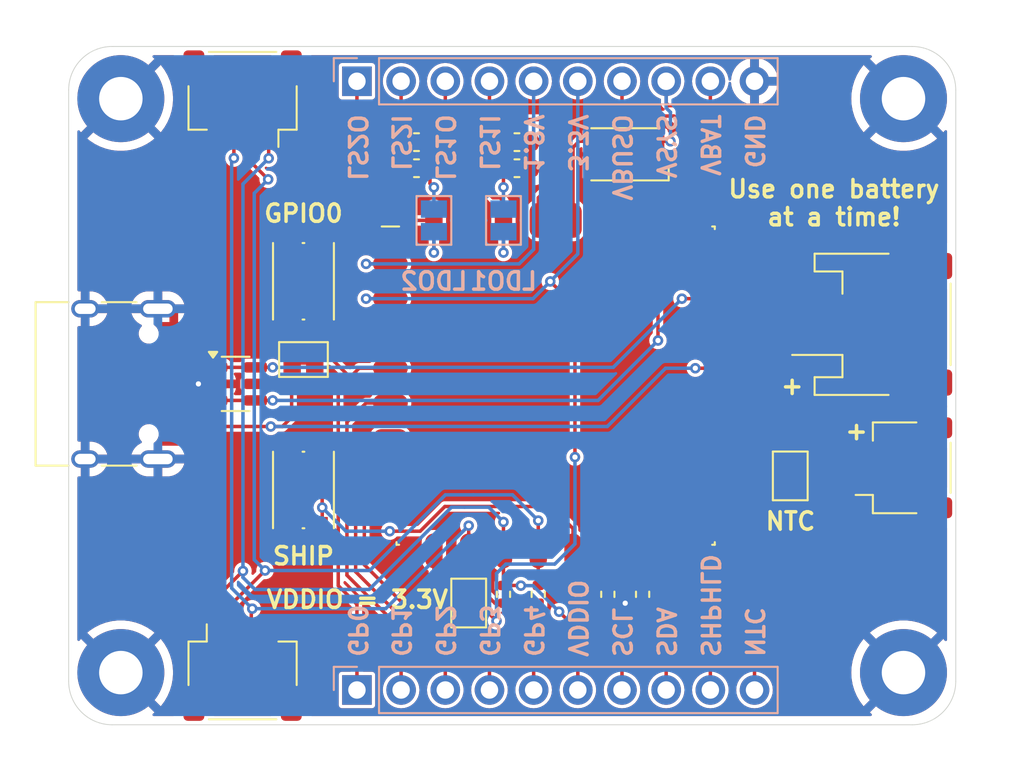
<source format=kicad_pcb>
(kicad_pcb (version 20240108) (generator "pcbnew") (generator_version "8.0")
  (layers (0 "F.Cu" signal) (31 "B.Cu" signal) (34 "B.Paste" user) (35 "F.Paste" user) (36 "B.SilkS" user "B.Silkscreen") (37 "F.SilkS" user "F.Silkscreen") (38 "B.Mask" user) (39 "F.Mask" user) (44 "Edge.Cuts" user))
  (net 0 "")
  (net 1 "/CC2")
  (net 2 "GND")
  (net 3 "Net-(U1-VBUS_IN)")
  (net 4 "/CC1")
  (net 5 "Net-(JP1-A)")
  (net 6 "Net-(JP2-A)")
  (net 7 "/SCL")
  (net 8 "/SDA")
  (net 9 "/LS1_OUT")
  (net 10 "/LS2_OUT")
  (net 11 "Net-(U1-VSET1)")
  (net 12 "Net-(U1-VSET2)")
  (net 13 "Net-(D1-BK)")
  (net 14 "Net-(D1-RK)")
  (net 15 "/LS2_IN")
  (net 16 "/LS1_IN")
  (net 17 "Net-(D1-GK)")
  (net 18 "/VBAT")
  (net 19 "/NTC")
  (net 20 "+3.3V")
  (net 21 "VDDIO")
  (net 22 "Net-(JP5-A)")
  (net 23 "/GPIO0")
  (net 24 "VSYS")
  (net 25 "+1.8V")
  (net 26 "/SHPHLD")
  (net 27 "/VBUS_OUT")
  (net 28 "/GPIO2")
  (net 29 "/GPIO1")
  (net 30 "/GPIO4")
  (net 31 "/GPIO3")
  (footprint "MountingHole:MountingHole_2.5mm_Pad_TopBottom" (layer "F.Cu") (at 179 119.5)
    (property "Reference" "H4" (hide yes))
    (property "Value" "MountingHole_Pad")
    (pad "1" thru_hole circle (at 0 0) (size 2.9 2.9) (drill 2.5) (layers "*.Cu" "*.Mask") (net 2 "GND"))
    (pad "1" connect circle (at 0 0) (size 5 5) (layers "F.Cu" "F.Mask") (net 2 "GND"))
    (pad "1" connect circle (at 0 0) (size 5 5) (layers "B.Cu" "B.Mask") (net 2 "GND"))
  )
  (footprint "Connector_JST:JST_SH_SM04B-SRSS-TB_1x04-1MP_P1.00mm_Horizontal" (layer "F.Cu") (at 141 86.5 180)
    (property "Reference" "J3" (hide yes))
    (property "Value" "Conn_01x04_MountingPin")
    (pad "1" smd roundrect (at -1.5 -2 180) (size 0.6 1.55) (layers "F.Cu" "F.Paste" "F.Mask") (net 7 "/SCL"))
    (pad "2" smd roundrect (at -0.5 -2 180) (size 0.6 1.55) (layers "F.Cu" "F.Paste" "F.Mask") (net 8 "/SDA"))
    (pad "3" smd roundrect (at 0.5 -2 180) (size 0.6 1.55) (layers "F.Cu" "F.Paste" "F.Mask") (net 21 "VDDIO"))
    (pad "4" smd roundrect (at 1.5 -2 180) (size 0.6 1.55) (layers "F.Cu" "F.Paste" "F.Mask") (net 2 "GND"))
    (pad "MP" smd roundrect (at -2.8 1.875 180) (size 1.2 1.8) (layers "F.Cu" "F.Paste" "F.Mask") (roundrect_rratio 0.208333) (net 2 "GND"))
    (pad "MP" smd roundrect (at 2.8 1.875 180) (size 1.2 1.8) (layers "F.Cu" "F.Paste" "F.Mask") (roundrect_rratio 0.208333) (net 2 "GND"))
  )
  (footprint "Jumper:SolderJumper-2_P1.3mm_Open_Pad1.0x1.5mm" (layer "F.Cu") (at 154 115.5 -90)
    (property "Reference" "JP4" (hide yes))
    (property "Value" "SolderJumper_2_Open")
    (pad "1" smd rect (at -0.65 0 270) (size 1 1.5) (layers "F.Cu" "F.Mask") (net 21 "VDDIO"))
    (pad "2" smd rect (at 0.65 0 270) (size 1 1.5) (layers "F.Cu" "F.Mask") (net 20 "+3.3V"))
  )
  (footprint "Resistor_SMD:R_0402_1005Metric" (layer "F.Cu") (at 164 115 -90)
    (property "Reference" "R1" (hide yes))
    (property "Value" "47kR")
    (pad "1" smd roundrect (at -0.51 0 270) (size 0.54 0.64) (layers "F.Cu" "F.Paste" "F.Mask") (net 11 "Net-(U1-VSET1)"))
    (pad "2" smd roundrect (at 0.51 0 270) (size 0.54 0.64) (layers "F.Cu" "F.Paste" "F.Mask") (net 2 "GND"))
  )
  (footprint "Capacitor_SMD:C_0603_1608Metric" (layer "F.Cu") (at 156.775 89)
    (property "Reference" "C2" (hide yes))
    (property "Value" "10uF")
    (pad "1" smd roundrect (at -0.775 0) (size 0.9 0.95) (layers "F.Cu" "F.Paste" "F.Mask") (net 5 "Net-(JP1-A)"))
    (pad "2" smd roundrect (at 0.775 0) (size 0.9 0.95) (layers "F.Cu" "F.Paste" "F.Mask") (net 2 "GND"))
  )
  (footprint "Connector_JST:JST_SH_SM03B-SRSS-TB_1x03-1MP_P1.00mm_Horizontal" (layer "F.Cu") (at 179.025 107.725 90)
    (property "Reference" "J5" (hide yes))
    (property "Value" "Conn_01x03_MountingPin")
    (pad "1" smd roundrect (at -1 -2 90) (size 0.6 1.55) (layers "F.Cu" "F.Paste" "F.Mask") (net 2 "GND"))
    (pad "2" smd roundrect (at 0 -2 90) (size 0.6 1.55) (layers "F.Cu" "F.Paste" "F.Mask") (net 19 "/NTC"))
    (pad "3" smd roundrect (at 1 -2 90) (size 0.6 1.55) (layers "F.Cu" "F.Paste" "F.Mask") (net 18 "/VBAT"))
    (pad "MP" smd roundrect (at -2.3 1.875 90) (size 1.2 1.8) (layers "F.Cu" "F.Paste" "F.Mask") (roundrect_rratio 0.208333) (net 2 "GND"))
    (pad "MP" smd roundrect (at 2.3 1.875 90) (size 1.2 1.8) (layers "F.Cu" "F.Paste" "F.Mask") (roundrect_rratio 0.208333) (net 2 "GND"))
  )
  (footprint "Jumper:SolderJumper-2_P1.3mm_Bridged_Pad1.0x1.5mm" (layer "F.Cu") (at 144.5 101.5)
    (property "Reference" "JP5" (hide yes))
    (property "Value" "SolderJumper_2_Bridged")
    (fp_poly (pts (xy -0.25 -0.3) (xy 0.25 -0.3) (xy 0.25 0.3) (xy -0.25 0.3)) (fill solid) (layer "F.Cu"))
    (pad "1" smd rect (at -0.65 0) (size 1 1.5) (layers "F.Cu" "F.Mask") (net 22 "Net-(JP5-A)"))
    (pad "2" smd rect (at 0.65 0) (size 1 1.5) (layers "F.Cu" "F.Mask") (net 23 "/GPIO0"))
  )
  (footprint "Package_TO_SOT_SMD:SOT-23-6" (layer "F.Cu") (at 140.6 102.9)
    (property "Reference" "U3" (hide yes))
    (property "Value" "USBLC6-2SC6")
    (pad "1" smd roundrect (at -1.1375 -0.95) (size 1.325 0.6) (layers "F.Cu" "F.Paste" "F.Mask") (net 4 "/CC1"))
    (pad "2" smd roundrect (at -1.1375 0) (size 1.325 0.6) (layers "F.Cu" "F.Paste" "F.Mask") (net 2 "GND"))
    (pad "3" smd roundrect (at -1.1375 0.95) (size 1.325 0.6) (layers "F.Cu" "F.Paste" "F.Mask") (net 1 "/CC2"))
    (pad "4" smd roundrect (at 1.1375 0.95) (size 1.325 0.6) (layers "F.Cu" "F.Paste" "F.Mask") (net 1 "/CC2"))
    (pad "5" smd roundrect (at 1.1375 0) (size 1.325 0.6) (layers "F.Cu" "F.Paste" "F.Mask") (net 3 "Net-(U1-VBUS_IN)"))
    (pad "6" smd roundrect (at 1.1375 -0.95) (size 1.325 0.6) (layers "F.Cu" "F.Paste" "F.Mask") (net 4 "/CC1"))
  )
  (footprint "Resistor_SMD:R_0402_1005Metric" (layer "F.Cu") (at 158 115 90)
    (property "Reference" "R4" (hide yes))
    (property "Value" "10kR")
    (pad "1" smd roundrect (at -0.51 0 90) (size 0.54 0.64) (layers "F.Cu" "F.Paste" "F.Mask") (net 21 "VDDIO"))
    (pad "2" smd roundrect (at 0.51 0 90) (size 0.54 0.64) (layers "F.Cu" "F.Paste" "F.Mask") (net 8 "/SDA"))
  )
  (footprint "Button_Switch_SMD:SW_Push_1P1T_NO_Vertical_Wuerth_434133025816" (layer "F.Cu") (at 144.5 109 90)
    (property "Reference" "SW1" (hide yes))
    (property "Value" "SW_Push")
    (pad "1" smd rect (at -2.075 -1.075 90) (size 1.05 0.65) (layers "F.Cu" "F.Paste" "F.Mask") (net 2 "GND"))
    (pad "1" smd rect (at 2.075 -1.075 90) (size 1.05 0.65) (layers "F.Cu" "F.Paste" "F.Mask") (net 2 "GND"))
    (pad "2" smd rect (at -2.075 1.075 90) (size 1.05 0.65) (layers "F.Cu" "F.Paste" "F.Mask") (net 26 "/SHPHLD"))
    (pad "2" smd rect (at 2.05 1.075 90) (size 1.05 0.65) (layers "F.Cu" "F.Paste" "F.Mask") (net 26 "/SHPHLD"))
  )
  (footprint "Resistor_SMD:R_0402_1005Metric" (layer "F.Cu") (at 162 115 -90)
    (property "Reference" "R2" (hide yes))
    (property "Value" "330kR")
    (pad "1" smd roundrect (at -0.51 0 270) (size 0.54 0.64) (layers "F.Cu" "F.Paste" "F.Mask") (net 12 "Net-(U1-VSET2)"))
    (pad "2" smd roundrect (at 0.51 0 270) (size 0.54 0.64) (layers "F.Cu" "F.Paste" "F.Mask") (net 2 "GND"))
  )
  (footprint "Capacitor_SMD:C_0603_1608Metric" (layer "F.Cu") (at 151 89 180)
    (property "Reference" "C3" (hide yes))
    (property "Value" "10uF")
    (pad "1" smd roundrect (at -0.775 0 180) (size 0.9 0.95) (layers "F.Cu" "F.Paste" "F.Mask") (net 6 "Net-(JP2-A)"))
    (pad "2" smd roundrect (at 0.775 0 180) (size 0.9 0.95) (layers "F.Cu" "F.Paste" "F.Mask") (net 2 "GND"))
  )
  (footprint "Capacitor_SMD:C_0603_1608Metric" (layer "F.Cu") (at 151 90.5 180)
    (property "Reference" "C4" (hide yes))
    (property "Value" "10uF")
    (pad "1" smd roundrect (at -0.775 0 180) (size 0.9 0.95) (layers "F.Cu" "F.Paste" "F.Mask") (net 6 "Net-(JP2-A)"))
    (pad "2" smd roundrect (at 0.775 0 180) (size 0.9 0.95) (layers "F.Cu" "F.Paste" "F.Mask") (net 2 "GND"))
  )
  (footprint "Resistor_SMD:R_0402_1005Metric" (layer "F.Cu") (at 156 115 90)
    (property "Reference" "R3" (hide yes))
    (property "Value" "10kR")
    (pad "1" smd roundrect (at -0.51 0 90) (size 0.54 0.64) (layers "F.Cu" "F.Paste" "F.Mask") (net 21 "VDDIO"))
    (pad "2" smd roundrect (at 0.51 0 90) (size 0.54 0.64) (layers "F.Cu" "F.Paste" "F.Mask") (net 7 "/SCL"))
  )
  (footprint "nPM1300-Stamp:nPM1300-Stamp_18x18_Pitch2mm" (layer "F.Cu") (at 159 103)
    (property "Reference" "U1" (hide yes))
    (property "Value" "nPM1300 Stamp")
    (pad "1" smd oval (at -9.5 -7 90) (size 1 2) (layers "F.Cu" "F.Paste" "F.Mask") (net 25 "+1.8V"))
    (pad "2" smd oval (at -9.5 -5 90) (size 1 2) (layers "F.Cu" "F.Paste" "F.Mask") (net 20 "+3.3V"))
    (pad "3" smd oval (at -9.5 -3 90) (size 1 2) (layers "F.Cu" "F.Paste" "F.Mask") (net 2 "GND"))
    (pad "4" smd oval (at -9.5 -1 90) (size 1 2) (layers "F.Cu" "F.Paste" "F.Mask") (net 23 "/GPIO0"))
    (pad "5" smd oval (at -9.5 1 90) (size 1 2) (layers "F.Cu" "F.Paste" "F.Mask") (net 29 "/GPIO1"))
    (pad "6" smd oval (at -9.5 3 90) (size 1 2) (layers "F.Cu" "F.Paste" "F.Mask") (net 28 "/GPIO2"))
    (pad "7" smd oval (at -9.5 5 90) (size 1 2) (layers "F.Cu" "F.Paste" "F.Mask") (net 31 "/GPIO3"))
    (pad "8" smd oval (at -9.5 7 90) (size 1 2) (layers "F.Cu" "F.Paste" "F.Mask") (net 2 "GND"))
    (pad "9" smd oval (at -7 9.5) (size 1 2) (layers "F.Cu" "F.Paste" "F.Mask") (net 30 "/GPIO4"))
    (pad "10" smd oval (at -5 9.5) (size 1 2) (layers "F.Cu" "F.Paste" "F.Mask") (net 21 "VDDIO"))
    (pad "11" smd oval (at -3 9.5) (size 1 2) (layers "F.Cu" "F.Paste" "F.Mask") (net 7 "/SCL"))
    (pad "12" smd oval (at -1 9.5) (size 1 2) (layers "F.Cu" "F.Paste" "F.Mask") (net 8 "/SDA"))
    (pad "13" smd oval (at 1 9.5) (size 1 2) (layers "F.Cu" "F.Paste" "F.Mask") (net 26 "/SHPHLD"))
    (pad "14" smd oval (at 3 9.5) (size 1 2) (layers "F.Cu" "F.Paste" "F.Mask") (net 12 "Net-(U1-VSET2)"))
    (pad "15" smd oval (at 5 9.5) (size 1 2) (layers "F.Cu" "F.Paste" "F.Mask") (net 11 "Net-(U1-VSET1)"))
    (pad "16" smd oval (at 7 9.5) (size 1 2) (layers "F.Cu" "F.Paste" "F.Mask") (net 2 "GND"))
    (pad "17" smd oval (at 9.5 7 90) (size 1 2) (layers "F.Cu" "F.Paste" "F.Mask") (net 2 "GND"))
    (pad "18" smd oval (at 9.5 5 90) (size 1 2) (layers "F.Cu" "F.Paste" "F.Mask") (net 19 "/NTC"))
    (pad "19" smd oval (at 9.5 3 90) (size 1 2) (layers "F.Cu" "F.Paste" "F.Mask") (net 18 "/VBAT"))
    (pad "20" smd oval (at 9.5 1 90) (size 1 2) (layers "F.Cu" "F.Paste" "F.Mask") (net 24 "VSYS"))
    (pad "21" smd oval (at 9.5 -1 90) (size 1 2) (layers "F.Cu" "F.Paste" "F.Mask") (net 3 "Net-(U1-VBUS_IN)"))
    (pad "22" smd oval (at 9.5 -3 90) (size 1 2) (layers "F.Cu" "F.Paste" "F.Mask") (net 27 "/VBUS_OUT"))
    (pad "23" smd oval (at 9.5 -5 90) (size 1 2) (layers "F.Cu" "F.Paste" "F.Mask") (net 4 "/CC1"))
    (pad "24" smd oval (at 9.5 -7 90) (size 1 2) (layers "F.Cu" "F.Paste" "F.Mask") (net 1 "/CC2"))
    (pad "25" smd oval (at 7 -9.5) (size 1 2) (layers "F.Cu" "F.Paste" "F.Mask") (net 2 "GND"))
    (pad "26" smd oval (at 5 -9.5) (size 1 2) (layers "F.Cu" "F.Paste" "F.Mask") (net 14 "Net-(D1-RK)"))
    (pad "27" smd oval (at 3 -9.5) (size 1 2) (layers "F.Cu" "F.Paste" "F.Mask") (net 17 "Net-(D1-GK)"))
    (pad "28" smd oval (at 1 -9.5) (size 1 2) (layers "F.Cu" "F.Paste" "F.Mask") (net 13 "Net-(D1-BK)"))
    (pad "29" smd oval (at -1 -9.5) (size 1 2) (layers "F.Cu" "F.Paste" "F.Mask") (net 16 "/LS1_IN"))
    (pad "30" smd oval (at -3 -9.5) (size 1 2) (layers "F.Cu" "F.Paste" "F.Mask") (net 9 "/LS1_OUT"))
    (pad "31" smd oval (at -5 -9.5) (size 1 2) (layers "F.Cu" "F.Paste" "F.Mask") (net 15 "/LS2_IN"))
    (pad "32" smd oval (at -7 -9.5) (size 1 2) (layers "F.Cu" "F.Paste" "F.Mask") (net 10 "/LS2_OUT"))
  )
  (footprint "Connector_JST:JST_SH_SM04B-SRSS-TB_1x04-1MP_P1.00mm_Horizontal" (layer "F.Cu") (at 141 119.5)
    (property "Reference" "J2" (hide yes))
    (property "Value" "Conn_01x04_MountingPin")
    (pad "1" smd roundrect (at -1.5 -2) (size 0.6 1.55) (layers "F.Cu" "F.Paste" "F.Mask") (net 7 "/SCL"))
    (pad "2" smd roundrect (at -0.5 -2) (size 0.6 1.55) (layers "F.Cu" "F.Paste" "F.Mask") (net 8 "/SDA"))
    (pad "3" smd roundrect (at 0.5 -2) (size 0.6 1.55) (layers "F.Cu" "F.Paste" "F.Mask") (net 21 "VDDIO"))
    (pad "4" smd roundrect (at 1.5 -2) (size 0.6 1.55) (layers "F.Cu" "F.Paste" "F.Mask") (net 2 "GND"))
    (pad "MP" smd roundrect (at -2.8 1.875) (size 1.2 1.8) (layers "F.Cu" "F.Paste" "F.Mask") (roundrect_rratio 0.208333) (net 2 "GND"))
    (pad "MP" smd roundrect (at 2.8 1.875) (size 1.2 1.8) (layers "F.Cu" "F.Paste" "F.Mask") (roundrect_rratio 0.208333) (net 2 "GND"))
  )
  (footprint "MountingHole:MountingHole_2.5mm_Pad_TopBottom" (layer "F.Cu") (at 179 86.5)
    (property "Reference" "H3" (hide yes))
    (property "Value" "MountingHole_Pad")
    (pad "1" thru_hole circle (at 0 0) (size 2.9 2.9) (drill 2.5) (layers "*.Cu" "*.Mask") (net 2 "GND"))
    (pad "1" connect circle (at 0 0) (size 5 5) (layers "F.Cu" "F.Mask") (net 2 "GND"))
    (pad "1" connect circle (at 0 0) (size 5 5) (layers "B.Cu" "B.Mask") (net 2 "GND"))
  )
  (footprint "LED_SMD:LED_Avago_PLCC4_3.2x2.8mm_CW" (layer "F.Cu") (at 163 89.7 180)
    (property "Reference" "D1" (hide yes))
    (property "Value" "ASMB-MTB1-0A3A2")
    (pad "1" smd rect (at -1.5 -0.75 180) (size 1.5 1.1) (layers "F.Cu" "F.Paste" "F.Mask") (net 14 "Net-(D1-RK)"))
    (pad "2" smd rect (at 1.5 -0.75 180) (size 1.5 1.1) (layers "F.Cu" "F.Paste" "F.Mask") (net 17 "Net-(D1-GK)"))
    (pad "3" smd rect (at 1.5 0.75 180) (size 1.5 1.1) (layers "F.Cu" "F.Paste" "F.Mask") (net 13 "Net-(D1-BK)"))
    (pad "4" smd rect (at -1.5 0.75 180) (size 1.5 1.1) (layers "F.Cu" "F.Paste" "F.Mask") (net 24 "VSYS"))
  )
  (footprint "Jumper:SolderJumper-2_P1.3mm_Open_Pad1.0x1.5mm" (layer "F.Cu") (at 172.49 108.19 90)
    (property "Reference" "JP3" (hide yes))
    (property "Value" "SolderJumper_2_Open")
    (pad "1" smd rect (at -0.65 0 90) (size 1 1.5) (layers "F.Cu" "F.Mask") (net 19 "/NTC"))
    (pad "2" smd rect (at 0.65 0 90) (size 1 1.5) (layers "F.Cu" "F.Mask") (net 2 "GND"))
  )
  (footprint "Connector_USB:USB_C_Receptacle_HRO_TYPE-C-31-M-12" (layer "F.Cu") (at 133 102.9 -90)
    (property "Reference" "J1" (hide yes))
    (property "Value" "USB_C_Receptacle_USB2.0_14P")
    (pad "" np_thru_hole circle (at -2.89 -2.6 270) (size 0.65 0.65) (drill 0.65) (layers "*.Cu" "*.Mask"))
    (pad "" np_thru_hole circle (at 2.89 -2.6 270) (size 0.65 0.65) (drill 0.65) (layers "*.Cu" "*.Mask"))
    (pad "A1" smd rect (at -3.25 -4.045 270) (size 0.6 1.45) (layers "F.Cu" "F.Paste" "F.Mask") (net 2 "GND"))
    (pad "A4" smd rect (at -2.45 -4.045 270) (size 0.6 1.45) (layers "F.Cu" "F.Paste" "F.Mask") (net 3 "Net-(U1-VBUS_IN)"))
    (pad "A5" smd rect (at -1.25 -4.045 270) (size 0.3 1.45) (layers "F.Cu" "F.Paste" "F.Mask") (net 4 "/CC1"))
    (pad "A6" smd rect (at -0.25 -4.045 270) (size 0.3 1.45) (layers "F.Cu" "F.Paste" "F.Mask"))
    (pad "A7" smd rect (at 0.25 -4.045 270) (size 0.3 1.45) (layers "F.Cu" "F.Paste" "F.Mask"))
    (pad "A8" smd rect (at 1.25 -4.045 270) (size 0.3 1.45) (layers "F.Cu" "F.Paste" "F.Mask"))
    (pad "A9" smd rect (at 2.45 -4.045 270) (size 0.6 1.45) (layers "F.Cu" "F.Paste" "F.Mask") (net 3 "Net-(U1-VBUS_IN)"))
    (pad "A12" smd rect (at 3.25 -4.045 270) (size 0.6 1.45) (layers "F.Cu" "F.Paste" "F.Mask") (net 2 "GND"))
    (pad "B1" smd rect (at 3.25 -4.045 270) (size 0.6 1.45) (layers "F.Cu" "F.Paste" "F.Mask") (net 2 "GND"))
    (pad "B4" smd rect (at 2.45 -4.045 270) (size 0.6 1.45) (layers "F.Cu" "F.Paste" "F.Mask") (net 3 "Net-(U1-VBUS_IN)"))
    (pad "B5" smd rect (at 1.75 -4.045 270) (size 0.3 1.45) (layers "F.Cu" "F.Paste" "F.Mask") (net 1 "/CC2"))
    (pad "B6" smd rect (at 0.75 -4.045 270) (size 0.3 1.45) (layers "F.Cu" "F.Paste" "F.Mask"))
    (pad "B7" smd rect (at -0.75 -4.045 270) (size 0.3 1.45) (layers "F.Cu" "F.Paste" "F.Mask"))
    (pad "B8" smd rect (at -1.75 -4.045 270) (size 0.3 1.45) (layers "F.Cu" "F.Paste" "F.Mask"))
    (pad "B9" smd rect (at -2.45 -4.045 270) (size 0.6 1.45) (layers "F.Cu" "F.Paste" "F.Mask") (net 3 "Net-(U1-VBUS_IN)"))
    (pad "B12" smd rect (at -3.25 -4.045 270) (size 0.6 1.45) (layers "F.Cu" "F.Paste" "F.Mask") (net 2 "GND"))
    (pad "S1" thru_hole oval (at -4.32 -3.13 270) (size 1 2.1) (drill oval 0.6 1.7) (layers "*.Cu" "*.Mask") (net 2 "GND"))
    (pad "S1" thru_hole oval (at -4.32 1.05 270) (size 1 1.6) (drill oval 0.6 1.2) (layers "*.Cu" "*.Mask") (net 2 "GND"))
    (pad "S1" thru_hole oval (at 4.32 -3.13 270) (size 1 2.1) (drill oval 0.6 1.7) (layers "*.Cu" "*.Mask") (net 2 "GND"))
    (pad "S1" thru_hole oval (at 4.32 1.05 270) (size 1 1.6) (drill oval 0.6 1.2) (layers "*.Cu" "*.Mask") (net 2 "GND"))
  )
  (footprint "Connector_JST:JST_PH_S2B-PH-SM4-TB_1x02-1MP_P2.00mm_Horizontal" (layer "F.Cu") (at 177.2 99.475 90)
    (property "Reference" "J4" (hide yes))
    (property "Value" "Conn_01x02_MountingPin")
    (pad "1" smd roundrect (at -1 -2.85 90) (size 1 3.5) (layers "F.Cu" "F.Paste" "F.Mask") (net 18 "/VBAT"))
    (pad "2" smd roundrect (at 1 -2.85 90) (size 1 3.5) (layers "F.Cu" "F.Paste" "F.Mask") (net 2 "GND"))
    (pad "MP" smd roundrect (at -3.35 2.9 90) (size 1.5 3.4) (layers "F.Cu" "F.Paste" "F.Mask") (roundrect_rratio 0.166667) (net 2 "GND"))
    (pad "MP" smd roundrect (at 3.35 2.9 90) (size 1.5 3.4) (layers "F.Cu" "F.Paste" "F.Mask") (roundrect_rratio 0.166667) (net 2 "GND"))
  )
  (footprint "MountingHole:MountingHole_2.5mm_Pad_TopBottom" (layer "F.Cu") (at 134 119.5)
    (property "Reference" "H2" (hide yes))
    (property "Value" "MountingHole_Pad")
    (pad "1" thru_hole circle (at 0 0) (size 2.9 2.9) (drill 2.5) (layers "*.Cu" "*.Mask") (net 2 "GND"))
    (pad "1" connect circle (at 0 0) (size 5 5) (layers "F.Cu" "F.Mask") (net 2 "GND"))
    (pad "1" connect circle (at 0 0) (size 5 5) (layers "B.Cu" "B.Mask") (net 2 "GND"))
  )
  (footprint "MountingHole:MountingHole_2.5mm_Pad_TopBottom" (layer "F.Cu") (at 134 86.5)
    (property "Reference" "H1" (hide yes))
    (property "Value" "MountingHole_Pad")
    (pad "1" thru_hole circle (at 0 0) (size 2.9 2.9) (drill 2.5) (layers "*.Cu" "*.Mask") (net 2 "GND"))
    (pad "1" connect circle (at 0 0) (size 5 5) (layers "F.Cu" "F.Mask") (net 2 "GND"))
    (pad "1" connect circle (at 0 0) (size 5 5) (layers "B.Cu" "B.Mask") (net 2 "GND"))
  )
  (footprint "Capacitor_SMD:C_0603_1608Metric" (layer "F.Cu") (at 156.775 90.5)
    (property "Reference" "C1" (hide yes))
    (property "Value" "10uF")
    (pad "1" smd roundrect (at -0.775 0) (size 0.9 0.95) (layers "F.Cu" "F.Paste" "F.Mask") (net 5 "Net-(JP1-A)"))
    (pad "2" smd roundrect (at 0.775 0) (size 0.9 0.95) (layers "F.Cu" "F.Paste" "F.Mask") (net 2 "GND"))
  )
  (footprint "Button_Switch_SMD:SW_Push_1P1T_NO_Vertical_Wuerth_434133025816" (layer "F.Cu") (at 144.5 97 -90)
    (property "Reference" "SW2" (hide yes))
    (property "Value" "SW_Push")
    (pad "1" smd rect (at -2.075 -1.075 270) (size 1.05 0.65) (layers "F.Cu" "F.Paste" "F.Mask") (net 2 "GND"))
    (pad "1" smd rect (at 2.075 -1.075 270) (size 1.05 0.65) (layers "F.Cu" "F.Paste" "F.Mask") (net 2 "GND"))
    (pad "2" smd rect (at -2.075 1.075 270) (size 1.05 0.65) (layers "F.Cu" "F.Paste" "F.Mask") (net 22 "Net-(JP5-A)"))
    (pad "2" smd rect (at 2.05 1.075 270) (size 1.05 0.65) (layers "F.Cu" "F.Paste" "F.Mask") (net 22 "Net-(JP5-A)"))
  )
  (footprint "Jumper:SolderJumper-2_P1.3mm_Open_Pad1.0x1.5mm" (layer "B.Cu") (at 152 93.5 -90)
    (property "Reference" "JP2" (hide yes))
    (property "Value" "SolderJumper_2_Open")
    (pad "1" smd rect (at -0.65 0 270) (size 1 1.5) (layers "B.Cu" "B.Mask") (net 6 "Net-(JP2-A)"))
    (pad "2" smd rect (at 0.65 0 270) (size 1 1.5) (layers "B.Cu" "B.Mask") (net 10 "/LS2_OUT"))
  )
  (footprint "Connector_PinHeader_2.54mm:PinHeader_1x10_P2.54mm_Vertical" (layer "B.Cu") (at 147.575 85.5 -90)
    (property "Reference" "J8" (hide yes))
    (property "Value" "Conn_01x10")
    (pad "1" thru_hole rect (at 0 0 270) (size 1.7 1.7) (drill 1) (layers "*.Cu" "*.Mask") (net 10 "/LS2_OUT"))
    (pad "2" thru_hole oval (at 0 -2.54 270) (size 1.7 1.7) (drill 1) (layers "*.Cu" "*.Mask") (net 15 "/LS2_IN"))
    (pad "3" thru_hole oval (at 0 -5.08 270) (size 1.7 1.7) (drill 1) (layers "*.Cu" "*.Mask") (net 9 "/LS1_OUT"))
    (pad "4" thru_hole oval (at 0 -7.62 270) (size 1.7 1.7) (drill 1) (layers "*.Cu" "*.Mask") (net 16 "/LS1_IN"))
    (pad "5" thru_hole oval (at 0 -10.16 270) (size 1.7 1.7) (drill 1) (layers "*.Cu" "*.Mask") (net 25 "+1.8V"))
    (pad "6" thru_hole oval (at 0 -12.7 270) (size 1.7 1.7) (drill 1) (layers "*.Cu" "*.Mask") (net 20 "+3.3V"))
    (pad "7" thru_hole oval (at 0 -15.24 270) (size 1.7 1.7) (drill 1) (layers "*.Cu" "*.Mask") (net 27 "/VBUS_OUT"))
    (pad "8" thru_hole oval (at 0 -17.78 270) (size 1.7 1.7) (drill 1) (layers "*.Cu" "*.Mask") (net 24 "VSYS"))
    (pad "9" thru_hole oval (at 0 -20.32 270) (size 1.7 1.7) (drill 1) (layers "*.Cu" "*.Mask") (net 18 "/VBAT"))
    (pad "10" thru_hole oval (at 0 -22.86 270) (size 1.7 1.7) (drill 1) (layers "*.Cu" "*.Mask") (net 2 "GND"))
  )
  (footprint "Jumper:SolderJumper-2_P1.3mm_Open_Pad1.0x1.5mm" (layer "B.Cu") (at 156 93.5 -90)
    (property "Reference" "JP1" (hide yes))
    (property "Value" "SolderJumper_2_Open")
    (pad "1" smd rect (at -0.65 0 270) (size 1 1.5) (layers "B.Cu" "B.Mask") (net 5 "Net-(JP1-A)"))
    (pad "2" smd rect (at 0.65 0 270) (size 1 1.5) (layers "B.Cu" "B.Mask") (net 9 "/LS1_OUT"))
  )
  (footprint "Connector_PinHeader_2.54mm:PinHeader_1x10_P2.54mm_Vertical" (layer "B.Cu") (at 147.575 120.5 -90)
    (property "Reference" "J6" (hide yes))
    (property "Value" "Conn_01x10")
    (pad "1" thru_hole rect (at 0 0 270) (size 1.7 1.7) (drill 1) (layers "*.Cu" "*.Mask") (net 23 "/GPIO0"))
    (pad "2" thru_hole oval (at 0 -2.54 270) (size 1.7 1.7) (drill 1) (layers "*.Cu" "*.Mask") (net 29 "/GPIO1"))
    (pad "3" thru_hole oval (at 0 -5.08 270) (size 1.7 1.7) (drill 1) (layers "*.Cu" "*.Mask") (net 28 "/GPIO2"))
    (pad "4" thru_hole oval (at 0 -7.62 270) (size 1.7 1.7) (drill 1) (layers "*.Cu" "*.Mask") (net 31 "/GPIO3"))
    (pad "5" thru_hole oval (at 0 -10.16 270) (size 1.7 1.7) (drill 1) (layers "*.Cu" "*.Mask") (net 30 "/GPIO4"))
    (pad "6" thru_hole oval (at 0 -12.7 270) (size 1.7 1.7) (drill 1) (layers "*.Cu" "*.Mask") (net 21 "VDDIO"))
    (pad "7" thru_hole oval (at 0 -15.24 270) (size 1.7 1.7) (drill 1) (layers "*.Cu" "*.Mask") (net 7 "/SCL"))
    (pad "8" thru_hole oval (at 0 -17.78 270) (size 1.7 1.7) (drill 1) (layers "*.Cu" "*.Mask") (net 8 "/SDA"))
    (pad "9" thru_hole oval (at 0 -20.32 270) (size 1.7 1.7) (drill 1) (layers "*.Cu" "*.Mask") (net 26 "/SHPHLD"))
    (pad "10" thru_hole oval (at 0 -22.86 270) (size 1.7 1.7) (drill 1) (layers "*.Cu" "*.Mask") (net 19 "/NTC"))
  )
  (gr_arc (start 179.505 83.5) (mid 181.272767 84.232233) (end 182.005 86) (stroke (width 0.05)) (layer "Edge.Cuts"))
  (gr_line (start 182.005 86) (end 182.005 120) (stroke (width 0.05)) (layer "Edge.Cuts"))
  (gr_arc (start 131 86) (mid 131.732233 84.232233) (end 133.5 83.5) (stroke (width 0.05)) (layer "Edge.Cuts"))
  (gr_line (start 133.5 83.5) (end 179.505 83.5) (stroke (width 0.05)) (layer "Edge.Cuts"))
  (gr_line (start 179.505 122.5) (end 133.5 122.5) (stroke (width 0.05)) (layer "Edge.Cuts"))
  (gr_arc (start 133.5 122.5) (mid 131.732233 121.767767) (end 131 120) (stroke (width 0.05)) (layer "Edge.Cuts"))
  (gr_arc (start 182.005 120) (mid 181.272767 121.767767) (end 179.505 122.5) (stroke (width 0.05)) (layer "Edge.Cuts"))
  (gr_line (start 131 120) (end 131 86) (stroke (width 0.05)) (layer "Edge.Cuts"))
  (gr_text "VSYS" (at 165.34 87.3 270) (layer "B.SilkS") (effects (font (size 1 1) (thickness 0.2) (bold yes)) (justify right mirror)))
  (gr_text "VBAT" (at 167.88 87.3 270) (layer "B.SilkS") (effects (font (size 1 1) (thickness 0.2) (bold yes)) (justify right mirror)))
  (gr_text "1.8V" (at 157.72 87.3 270) (layer "B.SilkS") (effects (font (size 1 1) (thickness 0.2) (bold yes)) (justify right mirror)))
  (gr_text "SCL" (at 162.8 118.7 270) (layer "B.SilkS") (effects (font (size 1 1) (thickness 0.2) (bold yes)) (justify left mirror)))
  (gr_text "LDO2" (at 152 97 0) (layer "B.SilkS") (effects (font (size 1 1) (thickness 0.2) (bold yes)) (justify mirror)))
  (gr_text "NTC" (at 170.42 118.7 270) (layer "B.SilkS") (effects (font (size 1 1) (thickness 0.2) (bold yes)) (justify left mirror)))
  (gr_text "LS1O" (at 152.64 87.3 270) (layer "B.SilkS") (effects (font (size 1 1) (thickness 0.2) (bold yes)) (justify right mirror)))
  (gr_text "LS2O" (at 147.6 87.3 -90) (layer "B.SilkS") (effects (font (size 1 1) (thickness 0.2) (bold yes)) (justify right mirror)))
  (gr_text "VDDIO" (at 160.26 118.7 270) (layer "B.SilkS") (effects (font (size 1 1) (thickness 0.2) (bold yes)) (justify left mirror)))
  (gr_text "SHPHLD" (at 167.88 118.7 270) (layer "B.SilkS") (effects (font (size 1 1) (thickness 0.2) (bold yes)) (justify left mirror)))
  (gr_text "GND" (at 170.42 87.3 270) (layer "B.SilkS") (effects (font (size 1 1) (thickness 0.2) (bold yes)) (justify right mirror)))
  (gr_text "LS2I" (at 150.1 87.3 270) (layer "B.SilkS") (effects (font (size 1 1) (thickness 0.2) (bold yes)) (justify right mirror)))
  (gr_text "VBUSO" (at 162.8 87.3 270) (layer "B.SilkS") (effects (font (size 1 1) (thickness 0.2) (bold yes)) (justify right mirror)))
  (gr_text "LS1I" (at 155.18 87.3 270) (layer "B.SilkS") (effects (font (size 1 1) (thickness 0.2) (bold yes)) (justify right mirror)))
  (gr_text "GP2" (at 152.64 118.7 270) (layer "B.SilkS") (effects (font (size 1 1) (thickness 0.2) (bold yes)) (justify left mirror)))
  (gr_text "GP0" (at 147.6 118.7 270) (layer "B.SilkS") (effects (font (size 1 1) (thickness 0.2) (bold yes)) (justify left mirror)))
  (gr_text "LDO1" (at 156 97 0) (layer "B.SilkS") (effects (font (size 1 1) (thickness 0.2) (bold yes)) (justify mirror)))
  (gr_text "3.3V" (at 160.26 87.3 270) (layer "B.SilkS") (effects (font (size 1 1) (thickness 0.2) (bold yes)) (justify right mirror)))
  (gr_text "GP3" (at 155.18 118.7 270) (layer "B.SilkS") (effects (font (size 1 1) (thickness 0.2) (bold yes)) (justify left mirror)))
  (gr_text "GP1" (at 150.1 118.7 270) (layer "B.SilkS") (effects (font (size 1 1) (thickness 0.2) (bold yes)) (justify left mirror)))
  (gr_text "GP4" (at 157.72 118.7 270) (layer "B.SilkS") (effects (font (size 1 1) (thickness 0.2) (bold yes)) (justify left mirror)))
  (gr_text "SDA" (at 165.34 118.7 270) (layer "B.SilkS") (effects (font (size 1 1) (thickness 0.2) (bold yes)) (justify left mirror)))
  (gr_text "SHIP" (at 144.5 112.8 0) (layer "F.SilkS") (effects (font (size 1 1) (thickness 0.2) (bold yes))))
  (gr_text "Use one battery\nat a time!" (at 175 92.5 0) (layer "F.SilkS") (effects (font (size 1 1) (thickness 0.2) (bold yes))))
  (gr_text "+" (at 172.6 103 0) (layer "F.SilkS") (effects (font (size 1 1) (thickness 0.2) (bold yes))))
  (gr_text "GPIO0" (at 144.5 93.1 0) (layer "F.SilkS") (effects (font (size 1 1) (thickness 0.2) (bold yes))))
  (gr_text "+" (at 176.3 105.6 0) (layer "F.SilkS") (effects (font (size 1 1) (thickness 0.2) (bold yes))))
  (gr_text "VDDIO = 3.3V" (at 147.6 115.3 0) (layer "F.SilkS") (effects (font (size 1 1) (thickness 0.2) (bold yes))))
  (gr_text "NTC" (at 172.5 110.8 0) (layer "F.SilkS") (effects (font (size 1 1) (thickness 0.2) (bold yes))))
  (segment (start 141.7375 103.85) (end 142.73 103.85) (width 0.2) (layer "F.Cu") (net 1))
  (segment (start 139.4625 103.85) (end 141.7375 103.85) (width 0.2) (layer "F.Cu") (net 1))
  (segment (start 137.85 104.65) (end 137.045 104.65) (width 0.2) (layer "F.Cu") (net 1))
  (segment (start 166.05 96) (end 168.5 96) (width 0.2) (layer "F.Cu") (net 1))
  (segment (start 139.4625 103.85) (end 138.65 103.85) (width 0.2) (layer "F.Cu") (net 1))
  (segment (start 138.65 103.85) (end 137.85 104.65) (width 0.2) (layer "F.Cu") (net 1))
  (segment (start 164.885 100.405) (end 164.885 97.165) (width 0.2) (layer "F.Cu") (net 1))
  (segment (start 164.885 97.165) (end 166.05 96) (width 0.2) (layer "F.Cu") (net 1))
  (via (at 164.885 100.405) (size 0.6) (drill 0.3) (layers "F.Cu" "B.Cu") (net 1))
  (via (at 142.73 103.85) (size 0.6) (drill 0.3) (layers "F.Cu" "B.Cu") (net 1))
  (segment (start 161.44 103.85) (end 164.885 100.405) (width 0.2) (layer "B.Cu") (net 1))
  (segment (start 142.73 103.85) (end 161.44 103.85) (width 0.2) (layer "B.Cu") (net 1))
  (segment (start 162 115.51) (end 163 115.51) (width 0.2) (layer "F.Cu") (net 2))
  (segment (start 139.4625 102.9) (end 138.46 102.9) (width 0.2) (layer "F.Cu") (net 2))
  (segment (start 164 115.51) (end 163 115.51) (width 0.2) (layer "F.Cu") (net 2))
  (via (at 163 115.51) (size 0.6) (drill 0.3) (layers "F.Cu" "B.Cu") (net 2))
  (via (at 138.46 102.9) (size 0.6) (drill 0.3) (layers "F.Cu" "B.Cu") (net 2))
  (segment (start 143.29 105.35) (end 143.82 104.82) (width 0.2) (layer "F.Cu") (net 3))
  (segment (start 136.25 105.35) (end 136 105.1) (width 0.2) (layer "F.Cu") (net 3))
  (segment (start 136 100.72) (end 136.27 100.45) (width 0.2) (layer "F.Cu") (net 3))
  (segment (start 136 105.1) (end 136 100.72) (width 0.2) (layer "F.Cu") (net 3))
  (segment (start 167.03 102) (end 168.5 102) (width 0.2) (layer "F.Cu") (net 3))
  (segment (start 143.82 103.31) (end 143.41 102.9) (width 0.2) (layer "F.Cu") (net 3))
  (segment (start 137.045 105.35) (end 136.25 105.35) (width 0.2) (layer "F.Cu") (net 3))
  (segment (start 136.27 100.45) (end 137.045 100.45) (width 0.2) (layer "F.Cu") (net 3))
  (segment (start 137.045 105.35) (end 143.29 105.35) (width 0.2) (layer "F.Cu") (net 3))
  (segment (start 143.41 102.9) (end 141.7375 102.9) (width 0.2) (layer "F.Cu") (net 3))
  (segment (start 143.82 104.82) (end 143.82 103.31) (width 0.2) (layer "F.Cu") (net 3))
  (via (at 167.03 102) (size 0.6) (drill 0.3) (layers "F.Cu" "B.Cu") (net 3))
  (via (at 142.62 105.35) (size 0.6) (drill 0.3) (layers "F.Cu" "B.Cu") (net 3))
  (segment (start 167.03 102) (end 165.32 102) (width 0.2) (layer "B.Cu") (net 3))
  (segment (start 165.32 102) (end 161.97 105.35) (width 0.2) (layer "B.Cu") (net 3))
  (segment (start 161.97 105.35) (end 142.62 105.35) (width 0.2) (layer "B.Cu") (net 3))
  (segment (start 141.7375 101.95) (end 139.4625 101.95) (width 0.2) (layer "F.Cu") (net 4))
  (segment (start 137.045 101.65) (end 137.95 101.65) (width 0.2) (layer "F.Cu") (net 4))
  (segment (start 137.95 101.65) (end 138.25 101.95) (width 0.2) (layer "F.Cu") (net 4))
  (segment (start 141.7375 101.95) (end 142.73 101.95) (width 0.2) (layer "F.Cu") (net 4))
  (segment (start 168.5 98) (end 166.26 98) (width 0.2) (layer "F.Cu") (net 4))
  (segment (start 138.25 101.95) (end 139.4625 101.95) (width 0.2) (layer "F.Cu") (net 4))
  (via (at 166.26 98) (size 0.6) (drill 0.3) (layers "F.Cu" "B.Cu") (net 4))
  (via (at 142.73 101.95) (size 0.6) (drill 0.3) (layers "F.Cu" "B.Cu") (net 4))
  (segment (start 142.73 101.95) (end 162.31 101.95) (width 0.2) (layer "B.Cu") (net 4))
  (segment (start 162.31 101.95) (end 166.26 98) (width 0.2) (layer "B.Cu") (net 4))
  (segment (start 156 91.6) (end 156 89) (width 0.2) (layer "F.Cu") (net 5))
  (via (at 156 91.6) (size 0.6) (drill 0.3) (layers "F.Cu" "B.Cu") (net 5))
  (segment (start 156 92.85) (end 156 91.6) (width 0.2) (layer "B.Cu") (net 5))
  (segment (start 151.775 89) (end 151.775 90.5) (width 0.2) (layer "F.Cu") (net 6))
  (segment (start 151.775 91.375) (end 152 91.6) (width 0.2) (layer "F.Cu") (net 6))
  (segment (start 151.775 90.5) (end 151.775 91.375) (width 0.2) (layer "F.Cu") (net 6))
  (via (at 152 91.6) (size 0.6) (drill 0.3) (layers "F.Cu" "B.Cu") (net 6))
  (segment (start 152 91.6) (end 152 92.85) (width 0.2) (layer "B.Cu") (net 6))
  (segment (start 162.1 118.1) (end 162.815 118.815) (width 0.2) (layer "F.Cu") (net 7))
  (segment (start 142.5 88.5) (end 142.5 89.93) (width 0.2) (layer "F.Cu") (net 7))
  (segment (start 159.2 116) (end 161.3 118.1) (width 0.2) (layer "F.Cu") (net 7))
  (segment (start 156 114.49) (end 156.99 114.49) (width 0.2) (layer "F.Cu") (net 7))
  (segment (start 162.815 118.815) (end 162.815 120.5) (width 0.2) (layer "F.Cu") (net 7))
  (segment (start 156 110.84) (end 156 112.5) (width 0.2) (layer "F.Cu") (net 7))
  (segment (start 139.5 117.5) (end 139.5 115.18139) (width 0.2) (layer "F.Cu") (net 7))
  (segment (start 156.99 114.49) (end 157 114.5) (width 0.2) (layer "F.Cu") (net 7))
  (segment (start 156 112.5) (end 156 114.49) (width 0.2) (layer "F.Cu") (net 7))
  (segment (start 139.5 115.18139) (end 141.02139 113.66) (width 0.2) (layer "F.Cu") (net 7))
  (segment (start 161.3 118.1) (end 162.1 118.1) (width 0.2) (layer "F.Cu") (net 7))
  (via (at 141.02139 113.66) (size 0.6) (drill 0.3) (layers "F.Cu" "B.Cu") (net 7))
  (via (at 157 114.5) (size 0.6) (drill 0.3) (layers "F.Cu" "B.Cu") (net 7))
  (via (at 159.2 116) (size 0.6) (drill 0.3) (layers "F.Cu" "B.Cu") (net 7))
  (via (at 156 110.84) (size 0.6) (drill 0.3) (layers "F.Cu" "B.Cu") (net 7))
  (via (at 142.5 89.93) (size 0.6) (drill 0.3) (layers "F.Cu" "B.Cu") (net 7))
  (segment (start 141.71 114.72) (end 145.59 114.72) (width 0.2) (layer "B.Cu") (net 7))
  (segment (start 145.59 114.72) (end 148.28 114.72) (width 0.2) (layer "B.Cu") (net 7))
  (segment (start 153.76 109.99) (end 155.15 109.99) (width 0.2) (layer "B.Cu") (net 7))
  (segment (start 141.02139 113.66) (end 141.02139 114.03139) (width 0.2) (layer "B.Cu") (net 7))
  (segment (start 142.5 89.93) (end 141.02139 91.40861) (width 0.2) (layer "B.Cu") (net 7))
  (segment (start 155.15 109.99) (end 156 110.84) (width 0.2) (layer "B.Cu") (net 7))
  (segment (start 141.02139 114.03139) (end 141.57 114.58) (width 0.2) (layer "B.Cu") (net 7))
  (segment (start 153.01 109.99) (end 153.76 109.99) (width 0.2) (layer "B.Cu") (net 7))
  (segment (start 157 114.5) (end 157.7 114.5) (width 0.2) (layer "B.Cu") (net 7))
  (segment (start 141.02139 91.40861) (end 141.02139 113.66) (width 0.2) (layer "B.Cu") (net 7))
  (segment (start 148.28 114.72) (end 151.61 111.39) (width 0.2) (layer "B.Cu") (net 7))
  (segment (start 151.61 111.39) (end 153.01 109.99) (width 0.2) (layer "B.Cu") (net 7))
  (segment (start 141.57 114.58) (end 141.71 114.72) (width 0.2) (layer "B.Cu") (net 7))
  (segment (start 157.7 114.5) (end 159.2 116) (width 0.2) (layer "B.Cu") (net 7))
  (segment (start 161.4 117.2) (end 163.5 117.2) (width 0.2) (layer "F.Cu") (net 8))
  (segment (start 158 110.76) (end 158 112.5) (width 0.2) (layer "F.Cu") (net 8))
  (segment (start 140.5 115.42) (end 142.29 113.63) (width 0.2) (layer "F.Cu") (net 8))
  (segment (start 165.355 119.055) (end 165.355 120.5) (width 0.2) (layer "F.Cu") (net 8))
  (segment (start 140.5 117.5) (end 140.5 115.42) (width 0.2) (layer "F.Cu") (net 8))
  (segment (start 141.5 88.5) (end 141.5 90.17) (width 0.2) (layer "F.Cu") (net 8))
  (segment (start 158 114.49) (end 158 112.5) (width 0.2) (layer "F.Cu") (net 8))
  (segment (start 158 114.49) (end 158.69 114.49) (width 0.2) (layer "F.Cu") (net 8))
  (segment (start 141.5 90.17) (end 142.47 91.14) (width 0.2) (layer "F.Cu") (net 8))
  (segment (start 163.5 117.2) (end 165.355 119.055) (width 0.2) (layer "F.Cu") (net 8))
  (segment (start 158.69 114.49) (end 161.4 117.2) (width 0.2) (layer "F.Cu") (net 8))
  (via (at 158 110.76) (size 0.6) (drill 0.3) (layers "F.Cu" "B.Cu") (net 8))
  (via (at 142.47 91.14) (size 0.6) (drill 0.3) (layers "F.Cu" "B.Cu") (net 8))
  (via (at 142.29 113.63) (size 0.6) (drill 0.3) (layers "F.Cu" "B.Cu") (net 8))
  (segment (start 148.31 113.63) (end 150.93 111.01) (width 0.2) (layer "B.Cu") (net 8))
  (segment (start 142.47 91.14) (end 141.67139 91.93861) (width 0.2) (layer "B.Cu") (net 8))
  (segment (start 156.52 109.28) (end 158 110.76) (width 0.2) (layer "B.Cu") (net 8))
  (segment (start 141.67139 91.93861) (end 141.67139 113.01139) (width 0.2) (layer "B.Cu") (net 8))
  (segment (start 154.27 109.28) (end 156.52 109.28) (width 0.2) (layer "B.Cu") (net 8))
  (segment (start 150.93 111.01) (end 152.66 109.28) (width 0.2) (layer "B.Cu") (net 8))
  (segment (start 142.29 113.63) (end 148.31 113.63) (width 0.2) (layer "B.Cu") (net 8))
  (segment (start 141.67139 113.01139) (end 142.29 113.63) (width 0.2) (layer "B.Cu") (net 8))
  (segment (start 152.66 109.28) (end 154.27 109.28) (width 0.2) (layer "B.Cu") (net 8))
  (segment (start 156 93.5) (end 156 92.4) (width 0.2) (layer "F.Cu") (net 9))
  (segment (start 152.9 86.9) (end 152.655 86.655) (width 0.2) (layer "F.Cu") (net 9))
  (segment (start 152.655 86.655) (end 152.655 85.5) (width 0.2) (layer "F.Cu") (net 9))
  (segment (start 155.8 92.2) (end 155.4 92.2) (width 0.2) (layer "F.Cu") (net 9))
  (segment (start 156 93.5) (end 156 95.35) (width 0.2) (layer "F.Cu") (net 9))
  (segment (start 154.8 88.1) (end 153.6 86.9) (width 0.2) (layer "F.Cu") (net 9))
  (segment (start 155.4 92.2) (end 154.8 91.6) (width 0.2) (layer "F.Cu") (net 9))
  (segment (start 153.6 86.9) (end 152.9 86.9) (width 0.2) (layer "F.Cu") (net 9))
  (segment (start 154.8 91.6) (end 154.8 88.1) (width 0.2) (layer "F.Cu") (net 9))
  (segment (start 156 92.4) (end 155.8 92.2) (width 0.2) (layer "F.Cu") (net 9))
  (via (at 156 95.35) (size 0.6) (drill 0.3) (layers "F.Cu" "B.Cu") (net 9))
  (segment (start 156 94.15) (end 156 95.35) (width 0.2) (layer "B.Cu") (net 9))
  (segment (start 147.575 85.5) (end 147.575 90.475) (width 0.2) (layer "F.Cu") (net 10))
  (segment (start 150.6 93.5) (end 152 93.5) (width 0.2) (layer "F.Cu") (net 10))
  (segment (start 152 93.5) (end 152 95.35) (width 0.2) (layer "F.Cu") (net 10))
  (segment (start 147.575 90.475) (end 150.6 93.5) (width 0.2) (layer "F.Cu") (net 10))
  (via (at 152 95.35) (size 0.6) (drill 0.3) (layers "F.Cu" "B.Cu") (net 10))
  (segment (start 152 94.15) (end 152 95.35) (width 0.2) (layer "B.Cu") (net 10))
  (segment (start 164 114.49) (end 164 112.5) (width 0.2) (layer "F.Cu") (net 11))
  (segment (start 162 112.5) (end 162 114.49) (width 0.2) (layer "F.Cu") (net 12))
  (segment (start 160.35 88.95) (end 160 89.3) (width 0.2) (layer "F.Cu") (net 13))
  (segment (start 160 89.3) (end 160 93.5) (width 0.2) (layer "F.Cu") (net 13))
  (segment (start 161.5 88.95) (end 160.35 88.95) (width 0.2) (layer "F.Cu") (net 13))
  (segment (start 164.5 91.4) (end 164 91.9) (width 0.2) (layer "F.Cu") (net 14))
  (segment (start 164.5 90.45) (end 164.5 91.4) (width 0.2) (layer "F.Cu") (net 14))
  (segment (start 164 91.9) (end 164 93.5) (width 0.2) (layer "F.Cu") (net 14))
  (segment (start 150.115 85.5) (end 150.115 86.815) (width 0.2) (layer "F.Cu") (net 15))
  (segment (start 150.115 86.815) (end 150.8 87.5) (width 0.2) (layer "F.Cu") (net 15))
  (segment (start 152.9 87.5) (end 154 88.6) (width 0.2) (layer "F.Cu") (net 15))
  (segment (start 154 88.6) (end 154 93.5) (width 0.2) (layer "F.Cu") (net 15))
  (segment (start 150.8 87.5) (end 152.9 87.5) (width 0.2) (layer "F.Cu") (net 15))
  (segment (start 159.1 91.1) (end 159.1 88.2) (width 0.2) (layer "F.Cu") (net 16))
  (segment (start 155.195 87.095) (end 155.195 85.5) (width 0.2) (layer "F.Cu") (net 16))
  (segment (start 155.8 87.7) (end 155.195 87.095) (width 0.2) (layer "F.Cu") (net 16))
  (segment (start 158 93.5) (end 158 92.2) (width 0.2) (layer "F.Cu") (net 16))
  (segment (start 158 92.2) (end 159.1 91.1) (width 0.2) (layer "F.Cu") (net 16))
  (segment (start 159.1 88.2) (end 158.6 87.7) (width 0.2) (layer "F.Cu") (net 16))
  (segment (start 158.6 87.7) (end 155.8 87.7) (width 0.2) (layer "F.Cu") (net 16))
  (segment (start 162 91.8) (end 162 93.5) (width 0.2) (layer "F.Cu") (net 17))
  (segment (start 161.5 90.45) (end 161.5 91.3) (width 0.2) (layer "F.Cu") (net 17))
  (segment (start 161.5 91.3) (end 162 91.8) (width 0.2) (layer "F.Cu") (net 17))
  (segment (start 172.7 106) (end 173.425 106.725) (width 0.2) (layer "F.Cu") (net 18))
  (segment (start 172.375 100.475) (end 172 100.1) (width 0.2) (layer "F.Cu") (net 18))
  (segment (start 168.5 106) (end 171.5 106) (width 0.2) (layer "F.Cu") (net 18))
  (segment (start 172 91.7) (end 167.895 87.595) (width 0.2) (layer "F.Cu") (net 18))
  (segment (start 174.35 100.475) (end 172.375 100.475) (width 0.2) (layer "F.Cu") (net 18))
  (segment (start 171.5 105.4) (end 171.5 106) (width 0.2) (layer "F.Cu") (net 18))
  (segment (start 172 100.1) (end 172 91.7) (width 0.2) (layer "F.Cu") (net 18))
  (segment (start 173.425 106.725) (end 177.025 106.725) (width 0.2) (layer "F.Cu") (net 18))
  (segment (start 172.3 104.6) (end 171.5 105.4) (width 0.2) (layer "F.Cu") (net 18))
  (segment (start 174.35 103.95) (end 173.7 104.6) (width 0.2) (layer "F.Cu") (net 18))
  (segment (start 167.895 87.595) (end 167.895 85.5) (width 0.2) (layer "F.Cu") (net 18))
  (segment (start 173.7 104.6) (end 172.3 104.6) (width 0.2) (layer "F.Cu") (net 18))
  (segment (start 171.5 106) (end 172.7 106) (width 0.2) (layer "F.Cu") (net 18))
  (segment (start 174.35 100.475) (end 174.35 103.95) (width 0.2) (layer "F.Cu") (net 18))
  (segment (start 174.875 107.725) (end 177.025 107.725) (width 0.2) (layer "F.Cu") (net 19))
  (segment (start 172.49 108.84) (end 172.49 111.84) (width 0.2) (layer "F.Cu") (net 19))
  (segment (start 172.5 108.85) (end 173.75 108.85) (width 0.2) (layer "F.Cu") (net 19))
  (segment (start 172.49 111.84) (end 170.435 113.895) (width 0.2) (layer "F.Cu") (net 19))
  (segment (start 173.75 108.85) (end 174.875 107.725) (width 0.2) (layer "F.Cu") (net 19))
  (segment (start 168.5 108) (end 169.9 108) (width 0.2) (layer "F.Cu") (net 19))
  (segment (start 170.435 113.895) (end 170.435 120.5) (width 0.2) (layer "F.Cu") (net 19))
  (segment (start 170.75 108.85) (end 172.5 108.85) (width 0.2) (layer "F.Cu") (net 19))
  (segment (start 169.9 108) (end 170.75 108.85) (width 0.2) (layer "F.Cu") (net 19))
  (segment (start 160.11 98.43) (end 158.69 97.01) (width 0.2) (layer "F.Cu") (net 20))
  (segment (start 154 116.15) (end 155.22 116.15) (width 0.2) (layer "F.Cu") (net 20))
  (segment (start 160.11 107.11) (end 160.11 98.43) (width 0.2) (layer "F.Cu") (net 20))
  (segment (start 155.22 116.15) (end 155.6 116.53) (width 0.2) (layer "F.Cu") (net 20))
  (segment (start 149.5 98) (end 148.1 98) (width 0.2) (layer "F.Cu") (net 20))
  (via (at 158.69 97.01) (size 0.6) (drill 0.3) (layers "F.Cu" "B.Cu") (net 20))
  (via (at 155.6 116.53) (size 0.6) (drill 0.3) (layers "F.Cu" "B.Cu") (net 20))
  (via (at 148.1 98) (size 0.6) (drill 0.3) (layers "F.Cu" "B.Cu") (net 20))
  (via (at 160.11 107.11) (size 0.6) (drill 0.3) (layers "F.Cu" "B.Cu") (net 20))
  (segment (start 155.6 116.53) (end 155.6 113.8) (width 0.2) (layer "B.Cu") (net 20))
  (segment (start 160.275 95.425) (end 160.275 85.5) (width 0.2) (layer "B.Cu") (net 20))
  (segment (start 157.7 98) (end 160.275 95.425) (width 0.2) (layer "B.Cu") (net 20))
  (segment (start 155.6 113.8) (end 156.14 113.26) (width 0.2) (layer "B.Cu") (net 20))
  (segment (start 160.11 112.1) (end 160.11 107.11) (width 0.2) (layer "B.Cu") (net 20))
  (segment (start 159.57 112.64) (end 160.11 112.1) (width 0.2) (layer "B.Cu") (net 20))
  (segment (start 156.14 113.26) (end 158.09 113.26) (width 0.2) (layer "B.Cu") (net 20))
  (segment (start 148.1 98) (end 157.7 98) (width 0.2) (layer "B.Cu") (net 20))
  (segment (start 158.09 113.26) (end 158.95 113.26) (width 0.2) (layer "B.Cu") (net 20))
  (segment (start 158.95 113.26) (end 159.57 112.64) (width 0.2) (layer "B.Cu") (net 20))
  (segment (start 158 115.51) (end 156 115.51) (width 0.2) (layer "F.Cu") (net 21))
  (segment (start 154 114.85) (end 154.85 114.85) (width 0.2) (layer "F.Cu") (net 21))
  (segment (start 154.85 114.85) (end 155.51 115.51) (width 0.2) (layer "F.Cu") (net 21))
  (segment (start 155.51 115.51) (end 156 115.51) (width 0.2) (layer "F.Cu") (net 21))
  (segment (start 158 117) (end 158 115.51) (width 0.2) (layer "F.Cu") (net 21))
  (segment (start 141.5 115.87924) (end 141.55462 115.82462) (width 0.2) (layer "F.Cu") (net 21))
  (segment (start 154 114.85) (end 154 112.5) (width 0.2) (layer "F.Cu") (net 21))
  (segment (start 140.5 89.92) (end 140.5 88.5) (width 0.2) (layer "F.Cu") (net 21))
  (segment (start 141.5 117.5) (end 141.5 115.87924) (width 0.2) (layer "F.Cu") (net 21))
  (segment (start 160.275 119.275) (end 158 117) (width 0.2) (layer "F.Cu") (net 21))
  (segment (start 154 112.5) (end 154 111.05) (width 0.2) (layer "F.Cu") (net 21))
  (segment (start 160.275 120.5) (end 160.275 119.275) (width 0.2) (layer "F.Cu") (net 21))
  (via (at 141.55462 115.82462) (size 0.6) (drill 0.3) (layers "F.Cu" "B.Cu") (net 21))
  (via (at 154 111.05) (size 0.6) (drill 0.3) (layers "F.Cu" "B.Cu") (net 21))
  (via (at 140.5 89.92) (size 0.6) (drill 0.3) (layers "F.Cu" "B.Cu") (net 21))
  (segment (start 154 111.05) (end 149.22538 115.82462) (width 0.2) (layer "B.Cu") (net 21))
  (segment (start 140.37139 114.64139) (end 141.55462 115.82462) (width 0.2) (layer "B.Cu") (net 21))
  (segment (start 149.22538 115.82462) (end 141.55462 115.82462) (width 0.2) (layer "B.Cu") (net 21))
  (segment (start 140.5 89.92) (end 140.37139 90.04861) (width 0.2) (layer "B.Cu") (net 21))
  (segment (start 140.37139 90.04861) (end 140.37139 114.64139) (width 0.2) (layer "B.Cu") (net 21))
  (segment (start 143.425 99.05) (end 143.425 94.925) (width 0.2) (layer "F.Cu") (net 22))
  (segment (start 143.85 100.41) (end 143.425 99.985) (width 0.2) (layer "F.Cu") (net 22))
  (segment (start 143.425 99.985) (end 143.425 99.05) (width 0.2) (layer "F.Cu") (net 22))
  (segment (start 143.85 101.5) (end 143.85 100.41) (width 0.2) (layer "F.Cu") (net 22))
  (segment (start 147.18 102.52) (end 146.5 103.2) (width 0.2) (layer "F.Cu") (net 23))
  (segment (start 146.16 101.5) (end 147.18 102.52) (width 0.2) (layer "F.Cu") (net 23))
  (segment (start 146.5 103.2) (end 146.5 114.5) (width 0.2) (layer "F.Cu") (net 23))
  (segment (start 146.5 114.5) (end 147.575 115.575) (width 0.2) (layer "F.Cu") (net 23))
  (segment (start 147.7 102) (end 147.18 102.52) (width 0.2) (layer "F.Cu") (net 23))
  (segment (start 145.15 101.5) (end 146.16 101.5) (width 0.2) (layer "F.Cu") (net 23))
  (segment (start 147.575 115.575) (end 147.575 120.5) (width 0.2) (layer "F.Cu") (net 23))
  (segment (start 149.5 102) (end 147.7 102) (width 0.2) (layer "F.Cu") (net 23))
  (segment (start 164.5 88.95) (end 165.6 88.95) (width 0.2) (layer "F.Cu") (net 24))
  (segment (start 166.2 86.9) (end 171.4 92.1) (width 0.2) (layer "F.Cu") (net 24))
  (segment (start 171.4 102.5) (end 169.9 104) (width 0.2) (layer "F.Cu") (net 24))
  (segment (start 165.355 85.5) (end 165.355 86.755) (width 0.2) (layer "F.Cu") (net 24))
  (segment (start 165.355 86.755) (end 165.5 86.9) (width 0.2) (layer "F.Cu") (net 24))
  (segment (start 171.4 92.1) (end 171.4 102.5) (width 0.2) (layer "F.Cu") (net 24))
  (segment (start 165.5 86.9) (end 166.2 86.9) (width 0.2) (layer "F.Cu") (net 24))
  (segment (start 169.9 104) (end 168.5 104) (width 0.2) (layer "F.Cu") (net 24))
  (via (at 165.6 88.95) (size 0.6) (drill 0.3) (layers "F.Cu" "B.Cu") (net 24))
  (segment (start 165.6 87.28) (end 165.355 87.035) (width 0.2) (layer "B.Cu") (net 24))
  (segment (start 165.6 88.95) (end 165.6 87.28) (width 0.2) (layer "B.Cu") (net 24))
  (segment (start 165.355 87.035) (end 165.355 85.5) (width 0.2) (layer "B.Cu") (net 24))
  (segment (start 149.5 96) (end 148.1 96) (width 0.2) (layer "F.Cu") (net 25))
  (via (at 148.1 96) (size 0.6) (drill 0.3) (layers "F.Cu" "B.Cu") (net 25))
  (segment (start 157.735 95.165) (end 156.9 96) (width 0.2) (layer "B.Cu") (net 25))
  (segment (start 157.735 85.5) (end 157.735 95.165) (width 0.2) (layer "B.Cu") (net 25))
  (segment (start 156.9 96) (end 148.1 96) (width 0.2) (layer "B.Cu") (net 25))
  (segment (start 160 111.22) (end 158.73 109.95) (width 0.2) (layer "F.Cu") (net 26))
  (segment (start 158.73 109.95) (end 152.63 109.95) (width 0.2) (layer "F.Cu") (net 26))
  (segment (start 160 112.5) (end 160 114.9) (width 0.2) (layer "F.Cu") (net 26))
  (segment (start 145.58 110.01) (end 145.575 110.005) (width 0.2) (layer "F.Cu") (net 26))
  (segment (start 167.895 118.895) (end 167.895 120.5) (width 0.2) (layer "F.Cu") (net 26))
  (segment (start 160 114.9) (end 161.7 116.6) (width 0.2) (layer "F.Cu") (net 26))
  (segment (start 152.63 109.95) (end 151.21 111.37) (width 0.2) (layer "F.Cu") (net 26))
  (segment (start 145.58 110.01) (end 145.58 111.07) (width 0.2) (layer "F.Cu") (net 26))
  (segment (start 161.7 116.6) (end 165.6 116.6) (width 0.2) (layer "F.Cu") (net 26))
  (segment (start 160 112.5) (end 160 111.22) (width 0.2) (layer "F.Cu") (net 26))
  (segment (start 145.58 111.07) (end 145.575 111.075) (width 0.2) (layer "F.Cu") (net 26))
  (segment (start 151.21 111.37) (end 149.46 111.37) (width 0.2) (layer "F.Cu") (net 26))
  (segment (start 165.6 116.6) (end 167.895 118.895) (width 0.2) (layer "F.Cu") (net 26))
  (segment (start 145.575 110.005) (end 145.575 106.95) (width 0.2) (layer "F.Cu") (net 26))
  (via (at 145.58 110.01) (size 0.6) (drill 0.3) (layers "F.Cu" "B.Cu") (net 26))
  (via (at 149.46 111.37) (size 0.6) (drill 0.3) (layers "F.Cu" "B.Cu") (net 26))
  (segment (start 149.46 111.37) (end 146.94 111.37) (width 0.2) (layer "B.Cu") (net 26))
  (segment (start 146.94 111.37) (end 145.58 110.01) (width 0.2) (layer "B.Cu") (net 26))
  (segment (start 163.5 87.5) (end 162.815 86.815) (width 0.2) (layer "F.Cu") (net 27))
  (segment (start 168.5 100) (end 170 100) (width 0.2) (layer "F.Cu") (net 27))
  (segment (start 170.6 92.3) (end 165.8 87.5) (width 0.2) (layer "F.Cu") (net 27))
  (segment (start 162.815 86.815) (end 162.815 85.5) (width 0.2) (layer "F.Cu") (net 27))
  (segment (start 170 100) (end 170.6 99.4) (width 0.2) (layer "F.Cu") (net 27))
  (segment (start 165.8 87.5) (end 163.5 87.5) (width 0.2) (layer "F.Cu") (net 27))
  (segment (start 170.6 99.4) (end 170.6 92.3) (width 0.2) (layer "F.Cu") (net 27))
  (segment (start 148.1 106) (end 149.5 106) (width 0.2) (layer "F.Cu") (net 28))
  (segment (start 147.5 106.6) (end 148.1 106) (width 0.2) (layer "F.Cu") (net 28))
  (segment (start 147.5 113.7) (end 147.5 106.6) (width 0.2) (layer "F.Cu") (net 28))
  (segment (start 152.655 118.855) (end 147.5 113.7) (width 0.2) (layer "F.Cu") (net 28))
  (segment (start 152.655 120.5) (end 152.655 118.855) (width 0.2) (layer "F.Cu") (net 28))
  (segment (start 147 105.1) (end 147 113.9) (width 0.2) (layer "F.Cu") (net 29))
  (segment (start 149.5 104) (end 148.1 104) (width 0.2) (layer "F.Cu") (net 29))
  (segment (start 150.115 117.015) (end 150.115 120.5) (width 0.2) (layer "F.Cu") (net 29))
  (segment (start 148.1 104) (end 147 105.1) (width 0.2) (layer "F.Cu") (net 29))
  (segment (start 147 113.9) (end 150.115 117.015) (width 0.2) (layer "F.Cu") (net 29))
  (segment (start 157 118.3) (end 153.9 118.3) (width 0.2) (layer "F.Cu") (net 30))
  (segment (start 157.735 119.035) (end 157 118.3) (width 0.2) (layer "F.Cu") (net 30))
  (segment (start 153.9 118.3) (end 152 116.4) (width 0.2) (layer "F.Cu") (net 30))
  (segment (start 152 116.4) (end 152 112.5) (width 0.2) (layer "F.Cu") (net 30))
  (segment (start 157.735 120.5) (end 157.735 119.035) (width 0.2) (layer "F.Cu") (net 30))
  (segment (start 148.2 108) (end 149.5 108) (width 0.2) (layer "F.Cu") (net 31))
  (segment (start 153.6 118.9) (end 148 113.3) (width 0.2) (layer "F.Cu") (net 31))
  (segment (start 148 113.3) (end 148 108.2) (width 0.2) (layer "F.Cu") (net 31))
  (segment (start 154.9 118.9) (end 153.6 118.9) (width 0.2) (layer "F.Cu") (net 31))
  (segment (start 148 108.2) (end 148.2 108) (width 0.2) (layer "F.Cu") (net 31))
  (segment (start 155.195 120.5) (end 155.195 119.195) (width 0.2) (layer "F.Cu") (net 31))
  (segment (start 155.195 119.195) (end 154.9 118.9) (width 0.2) (layer "F.Cu") (net 31))
  (zone (net 2) (net_name "GND") (layers "F&B.Cu") (connect_pads (clearance 0.15)) (min_thickness 0.15) (fill yes (thermal_gap 0.5) (thermal_bridge_width 0.5))
    (polygon (pts (xy 129 82) (xy 184 82) (xy 184 124) (xy 129 124)))
  )
)
</source>
